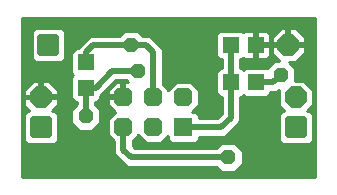
<source format=gbl>
%FSLAX35Y35*%
%MOIN*%
%TF.FileFunction,Copper,L2,Bot*%
%ADD10C,0.00197*%
%ADD11C,0.00295*%
%ADD12C,0.00984*%
%ADD13C,0.01024*%
%ADD14C,0.01181*%
%ADD15C,0.01575*%
%ADD16C,0.01969*%
%ADD17C,0.02362*%
%ADD18C,0.03150*%
%ADD19C,0.05000*%
%AMR_20*21,1,0.00984,0.00984,0,0,0.000*%
%ADD20R_20*%
%AMR_21*21,1,0.01837,0.01837,0,0,0.000*%
%ADD21R_21*%
%AMR_22*21,1,0.01969,0.01969,0,0,0.000*%
%ADD22R_22*%
%AMOCT_23*4,1,8,0.015748,0.031496,0.007874,0.039370,-0.007874,0.039370,-0.015748,0.031496,-0.015748,-0.031496,-0.007874,-0.039370,0.007874,-0.039370,0.015748,-0.031496,0.015748,0.031496,90.000*%
%ADD23OCT_23*%
%AMOCT_24*4,1,8,0.023622,0.011811,0.011811,0.023622,-0.011811,0.023622,-0.023622,0.011811,-0.023622,-0.011811,-0.011811,-0.023622,0.011811,-0.023622,0.023622,-0.011811,0.023622,0.011811,0.000*%
%ADD24OCT_24*%
%AMOCT_25*4,1,8,0.031496,0.015748,0.015748,0.031496,-0.015748,0.031496,-0.031496,0.015748,-0.031496,-0.015748,-0.015748,-0.031496,0.015748,-0.031496,0.031496,-0.015748,0.031496,0.015748,180.000*%
%ADD25OCT_25*%
%AMOCT_26*4,1,8,0.035433,0.017717,0.017717,0.035433,-0.017717,0.035433,-0.035433,0.017717,-0.035433,-0.017717,-0.017717,-0.035433,0.017717,-0.035433,0.035433,-0.017717,0.035433,0.017717,0.000*%
%ADD26OCT_26*%
%AMOCT_27*4,1,8,0.035433,0.017717,0.017717,0.035433,-0.017717,0.035433,-0.035433,0.017717,-0.035433,-0.017717,-0.017717,-0.035433,0.017717,-0.035433,0.035433,-0.017717,0.035433,0.017717,90.000*%
%ADD27OCT_27*%
%AMRR_28*21,1,0.03150,0.04409,0,0,270.000*21,1,0.02835,0.04724,0,0,270.000*1,1,0.00315,0.02205,-0.01417*1,1,0.00315,-0.02205,0.01417*1,1,0.00315,-0.02205,-0.01417*1,1,0.00315,0.02205,0.01417*%
%ADD28RR_28*%
%AMRR_29*21,1,0.03150,0.07244,0,0,90.000*21,1,0.02520,0.07874,0,0,90.000*1,1,0.00630,-0.03622,0.01260*1,1,0.00630,0.03622,-0.01260*1,1,0.00630,0.03622,0.01260*1,1,0.00630,-0.03622,-0.01260*%
%ADD29RR_29*%
%AMRR_30*21,1,0.04331,0.06654,0,0,270.000*21,1,0.03898,0.07087,0,0,270.000*1,1,0.00433,0.03327,-0.01949*1,1,0.00433,-0.03327,0.01949*1,1,0.00433,-0.03327,-0.01949*1,1,0.00433,0.03327,0.01949*%
%ADD30RR_30*%
%AMRR_31*21,1,0.05512,0.04961,0,0,0.000*21,1,0.04961,0.05512,0,0,0.000*1,1,0.00551,0.02480,0.02480*1,1,0.00551,-0.02480,-0.02480*1,1,0.00551,0.02480,-0.02480*1,1,0.00551,-0.02480,0.02480*%
%ADD31RR_31*%
%AMRR_32*21,1,0.05512,0.04961,0,0,180.000*21,1,0.04961,0.05512,0,0,180.000*1,1,0.00551,-0.02480,-0.02480*1,1,0.00551,0.02480,0.02480*1,1,0.00551,-0.02480,0.02480*1,1,0.00551,0.02480,-0.02480*%
%ADD32RR_32*%
%AMRR_33*21,1,0.05512,0.04961,0,0,270.000*21,1,0.04961,0.05512,0,0,270.000*1,1,0.00551,0.02480,-0.02480*1,1,0.00551,-0.02480,0.02480*1,1,0.00551,-0.02480,-0.02480*1,1,0.00551,0.02480,0.02480*%
%ADD33RR_33*%
%AMRR_34*21,1,0.06299,0.05039,0,0,180.000*21,1,0.05039,0.06299,0,0,180.000*1,1,0.01260,-0.02520,-0.02520*1,1,0.01260,0.02520,0.02520*1,1,0.01260,-0.02520,0.02520*1,1,0.01260,0.02520,-0.02520*%
%ADD34RR_34*%
%AMRR_35*21,1,0.07087,0.05669,0,0,0.000*21,1,0.05669,0.07087,0,0,0.000*1,1,0.01417,0.02835,0.02835*1,1,0.01417,-0.02835,-0.02835*1,1,0.01417,0.02835,-0.02835*1,1,0.01417,-0.02835,0.02835*%
%ADD35RR_35*%
%AMRR_36*21,1,0.07087,0.05669,0,0,90.000*21,1,0.05669,0.07087,0,0,90.000*1,1,0.01417,-0.02835,0.02835*1,1,0.01417,0.02835,-0.02835*1,1,0.01417,0.02835,0.02835*1,1,0.01417,-0.02835,-0.02835*%
%ADD36RR_36*%
%AMRR_37*21,1,0.13780,0.07087,0,0,180.000*21,1,0.12992,0.07874,0,0,180.000*1,1,0.00787,-0.06496,-0.03543*1,1,0.00787,0.06496,0.03543*1,1,0.00787,-0.06496,0.03543*1,1,0.00787,0.06496,-0.03543*%
%ADD37RR_37*%
G54D12*
X98917Y53917D02*
X1082Y53917D01*
X1082Y1082D01*
X98917Y1082D01*
X98917Y53917D01*
X3100Y11889D02*
X1889Y13100D01*
X1889Y21899D01*
X3100Y23110D01*
X3651Y23110D01*
X1889Y24872D01*
X1889Y30127D01*
X4872Y33110D01*
X10127Y33110D01*
X13110Y30127D01*
X13110Y24872D01*
X11348Y23110D01*
X11899Y23110D01*
X13110Y21899D01*
X13110Y13100D01*
X11899Y11889D01*
X3100Y11889D01*
X5600Y39389D02*
X4389Y40600D01*
X4389Y49399D01*
X5600Y50610D01*
X14399Y50610D01*
X15610Y49399D01*
X15610Y40600D01*
X14399Y39389D01*
X5600Y39389D01*
X73851Y19536D02*
X68763Y14448D01*
X60216Y14448D01*
X60216Y13494D01*
X59005Y12283D01*
X50994Y12283D01*
X49783Y13494D01*
X49783Y14635D01*
X47430Y12283D01*
X42569Y12283D01*
X40000Y14852D01*
X38051Y12903D01*
X38051Y11263D01*
X38763Y10551D01*
X66028Y10551D01*
X67799Y12322D01*
X72200Y12322D01*
X74822Y9700D01*
X74822Y5299D01*
X72200Y2677D01*
X67799Y2677D01*
X66028Y4448D01*
X36236Y4448D01*
X31948Y8736D01*
X31948Y12903D01*
X29783Y15069D01*
X29783Y19930D01*
X32352Y22500D01*
X29783Y25069D01*
X29783Y29930D01*
X32569Y32716D01*
X36510Y32716D01*
X36028Y33198D01*
X32513Y33198D01*
X27322Y28007D01*
X27322Y27187D01*
X26112Y25977D01*
X25551Y25977D01*
X25551Y25221D01*
X27322Y23450D01*
X27322Y19049D01*
X24700Y16427D01*
X20299Y16427D01*
X17677Y19049D01*
X17677Y23450D01*
X19448Y25221D01*
X19448Y25977D01*
X18887Y25977D01*
X17677Y27187D01*
X17677Y34412D01*
X18265Y35000D01*
X17677Y35587D01*
X17677Y42812D01*
X18887Y44022D01*
X19707Y44022D01*
X23736Y48051D01*
X33528Y48051D01*
X35299Y49822D01*
X39700Y49822D01*
X41471Y48051D01*
X43763Y48051D01*
X48051Y43763D01*
X48051Y32096D01*
X50000Y30147D01*
X52569Y32716D01*
X57430Y32716D01*
X60216Y29930D01*
X60216Y25069D01*
X57864Y22716D01*
X59005Y22716D01*
X60216Y21505D01*
X60216Y20551D01*
X66236Y20551D01*
X67748Y22063D01*
X67748Y27677D01*
X67187Y27677D01*
X65977Y28887D01*
X65977Y36112D01*
X67187Y37322D01*
X67748Y37322D01*
X67748Y40177D01*
X67187Y40177D01*
X65977Y41387D01*
X65977Y48612D01*
X67187Y49822D01*
X74412Y49822D01*
X75000Y49234D01*
X75587Y49822D01*
X82812Y49822D01*
X84022Y48612D01*
X84022Y41387D01*
X82812Y40177D01*
X75587Y40177D01*
X75000Y40765D01*
X74412Y40177D01*
X73851Y40177D01*
X73851Y37322D01*
X74412Y37322D01*
X75000Y36734D01*
X75587Y37322D01*
X82799Y37322D01*
X85299Y39822D01*
X86939Y39822D01*
X84389Y42372D01*
X84389Y47627D01*
X87372Y50610D01*
X92627Y50610D01*
X95610Y47627D01*
X95610Y42372D01*
X92627Y39389D01*
X90133Y39389D01*
X92322Y37200D01*
X92322Y33110D01*
X95127Y33110D01*
X98110Y30127D01*
X98110Y24872D01*
X96348Y23110D01*
X96899Y23110D01*
X98110Y21899D01*
X98110Y13100D01*
X96899Y11889D01*
X88100Y11889D01*
X86889Y13100D01*
X86889Y21899D01*
X88100Y23110D01*
X88651Y23110D01*
X86889Y24872D01*
X86889Y30074D01*
X86263Y29448D01*
X84022Y29448D01*
X84022Y28887D01*
X82812Y27677D01*
X75587Y27677D01*
X75000Y28265D01*
X74412Y27677D01*
X73851Y27677D01*
X73851Y19536D01*
G54D16*
X22500Y21250D02*
X22500Y30800D01*
X25800Y30800D01*
X31250Y36250D01*
X40000Y36250D01*
X7500Y27500D02*
X15000Y27500D01*
X15000Y7500D02*
X15000Y27500D01*
X28125Y7500D02*
X17500Y7500D01*
X28125Y27500D02*
X35000Y27500D01*
X90000Y45000D02*
X79200Y45000D01*
X28125Y7500D02*
X28125Y27500D01*
X15000Y27500D02*
X16250Y40000D01*
X16250Y41250D02*
X27500Y52500D01*
X90000Y52500D01*
X90000Y45000D01*
X17500Y7500D02*
X15000Y7500D01*
X16250Y41250D02*
X16250Y40000D01*
X79200Y32500D02*
X85000Y32500D01*
X87500Y35000D01*
X37500Y45000D02*
X25000Y45000D01*
X22500Y42500D01*
X22500Y39200D01*
X37500Y45000D02*
X42500Y45000D01*
X45000Y42500D01*
X45000Y27500D01*
X55000Y17500D02*
X67500Y17500D01*
X70800Y45000D02*
X70800Y32500D01*
X70800Y20800D01*
X67500Y17500D01*
X70000Y7500D02*
X37500Y7500D01*
X35000Y10000D01*
X35000Y17500D01*
G54D24*
X22500Y21250D03*
X40000Y36250D03*
X55000Y27500D03*
X17500Y7500D03*
X20000Y50000D03*
X13750Y35000D03*
X50000Y50000D03*
X82500Y16250D03*
X52500Y37500D03*
X95000Y36250D03*
X96250Y3750D03*
X87500Y35000D03*
X45000Y17500D03*
X37500Y45000D03*
X55000Y17500D03*
X70000Y7500D03*
G54D25*
X55000Y27500D03*
X45000Y17500D03*
X45000Y27500D03*
X35000Y17500D03*
X35000Y27500D03*
G54D26*
X90000Y45000D03*
G54D27*
X92500Y27500D03*
X7500Y27500D03*
G54D31*
X79200Y32500D03*
X70800Y32500D03*
G54D32*
X70800Y45000D03*
X79200Y45000D03*
G54D33*
X22500Y30800D03*
X22500Y39200D03*
G54D34*
X55000Y17500D03*
G54D35*
X10000Y45000D03*
G54D36*
X92500Y17500D03*
X7500Y17500D03*
G36*
X90000Y44081D02*
X90000Y45918D01*
X95610Y45918D01*
X95610Y44081D01*
X90000Y44081D01*
G37*
G36*
X84389Y44081D02*
X84389Y45918D01*
X90000Y45918D01*
X90000Y44081D01*
X84389Y44081D01*
G37*
G36*
X89081Y45000D02*
X89081Y50610D01*
X90918Y50610D01*
X90918Y45000D01*
X89081Y45000D01*
G37*
G36*
X79200Y44015D02*
X79200Y45984D01*
X84022Y45984D01*
X84022Y44015D01*
X79200Y44015D01*
G37*
G36*
X78215Y40177D02*
X78215Y45000D01*
X80184Y45000D01*
X80184Y40177D01*
X78215Y40177D01*
G37*
G36*
X78215Y45000D02*
X78215Y49822D01*
X80184Y49822D01*
X80184Y45000D01*
X78215Y45000D01*
G37*
G36*
X29783Y26515D02*
X29783Y28484D01*
X35000Y28484D01*
X35000Y26515D01*
X29783Y26515D01*
G37*
G36*
X34015Y27500D02*
X34015Y32716D01*
X35984Y32716D01*
X35984Y27500D01*
X34015Y27500D01*
G37*
G36*
X6515Y27500D02*
X6515Y33110D01*
X8484Y33110D01*
X8484Y27500D01*
X6515Y27500D01*
G37*
G36*
X1889Y26515D02*
X1889Y28484D01*
X7500Y28484D01*
X7500Y26515D01*
X1889Y26515D01*
G37*
G36*
X7500Y26515D02*
X7500Y28484D01*
X13110Y28484D01*
X13110Y26515D01*
X7500Y26515D01*
G37*
G36*
X5600Y50610D02*
X1082Y53917D01*
X98917Y53917D01*
X5600Y50610D01*
G37*
G36*
X14399Y50610D02*
X5600Y50610D01*
X98917Y53917D01*
X14399Y50610D01*
G37*
G36*
X87372Y50610D02*
X14399Y50610D01*
X98917Y53917D01*
X87372Y50610D01*
G37*
G36*
X92627Y50610D02*
X87372Y50610D01*
X98917Y53917D01*
X92627Y50610D01*
G37*
G36*
X35299Y49822D02*
X14399Y50610D01*
X87372Y50610D01*
X35299Y49822D01*
G37*
G36*
X39700Y49822D02*
X35299Y49822D01*
X87372Y50610D01*
X39700Y49822D01*
G37*
G36*
X67187Y49822D02*
X39700Y49822D01*
X87372Y50610D01*
X67187Y49822D01*
G37*
G36*
X74412Y49822D02*
X67187Y49822D01*
X87372Y50610D01*
X74412Y49822D01*
G37*
G36*
X75587Y49822D02*
X74412Y49822D01*
X87372Y50610D01*
X75587Y49822D01*
G37*
G36*
X82812Y49822D02*
X75587Y49822D01*
X87372Y50610D01*
X82812Y49822D01*
G37*
G36*
X4389Y49399D02*
X1082Y53917D01*
X5600Y50610D01*
X4389Y49399D01*
G37*
G36*
X15610Y49399D02*
X14399Y50610D01*
X35299Y49822D01*
X15610Y49399D01*
G37*
G36*
X75000Y49234D02*
X74412Y49822D01*
X75587Y49822D01*
X75000Y49234D01*
G37*
G36*
X65977Y48612D02*
X39700Y49822D01*
X67187Y49822D01*
X65977Y48612D01*
G37*
G36*
X84022Y48612D02*
X82812Y49822D01*
X87372Y50610D01*
X84022Y48612D01*
G37*
G36*
X23736Y48051D02*
X15610Y49399D01*
X35299Y49822D01*
X23736Y48051D01*
G37*
G36*
X33528Y48051D02*
X23736Y48051D01*
X35299Y49822D01*
X33528Y48051D01*
G37*
G36*
X41471Y48051D02*
X39700Y49822D01*
X65977Y48612D01*
X41471Y48051D01*
G37*
G36*
X43763Y48051D02*
X41471Y48051D01*
X65977Y48612D01*
X43763Y48051D01*
G37*
G36*
X84389Y47627D02*
X84022Y48612D01*
X87372Y50610D01*
X84389Y47627D01*
G37*
G36*
X95610Y47627D02*
X92627Y50610D01*
X98917Y53917D01*
X95610Y47627D01*
G37*
G36*
X18887Y44022D02*
X15610Y49399D01*
X23736Y48051D01*
X18887Y44022D01*
G37*
G36*
X19707Y44022D02*
X18887Y44022D01*
X23736Y48051D01*
X19707Y44022D01*
G37*
G36*
X48051Y43763D02*
X43763Y48051D01*
X65977Y48612D01*
X48051Y43763D01*
G37*
G36*
X17677Y42812D02*
X15610Y49399D01*
X18887Y44022D01*
X17677Y42812D01*
G37*
G36*
X84389Y42372D02*
X84022Y48612D01*
X84389Y47627D01*
X84389Y42372D01*
G37*
G36*
X95610Y42372D02*
X95610Y47627D01*
X98917Y53917D01*
X95610Y42372D01*
G37*
G36*
X65977Y41387D02*
X48051Y43763D01*
X65977Y48612D01*
X65977Y41387D01*
G37*
G36*
X84022Y41387D02*
X84022Y48612D01*
X84389Y42372D01*
X84022Y41387D01*
G37*
G36*
X4389Y40600D02*
X1082Y53917D01*
X4389Y49399D01*
X4389Y40600D01*
G37*
G36*
X15610Y40600D02*
X15610Y49399D01*
X17677Y42812D01*
X15610Y40600D01*
G37*
G36*
X67187Y40177D02*
X48051Y43763D01*
X65977Y41387D01*
X67187Y40177D01*
G37*
G36*
X75587Y40177D02*
X74412Y40177D01*
X75000Y40765D01*
X75587Y40177D01*
G37*
G36*
X85299Y39822D02*
X84022Y41387D01*
X84389Y42372D01*
X85299Y39822D01*
G37*
G36*
X85299Y39822D02*
X82812Y40177D01*
X84022Y41387D01*
X85299Y39822D01*
G37*
G36*
X85299Y39822D02*
X73851Y40177D01*
X82812Y40177D01*
X85299Y39822D01*
G37*
G36*
X86939Y39822D02*
X85299Y39822D01*
X84389Y42372D01*
X86939Y39822D01*
G37*
G36*
X67187Y37322D02*
X67187Y40177D01*
X67748Y40177D01*
X67187Y37322D01*
G37*
G36*
X67187Y37322D02*
X48051Y43763D01*
X67187Y40177D01*
X67187Y37322D01*
G37*
G36*
X67748Y37322D02*
X67187Y37322D01*
X67748Y40177D01*
X67748Y37322D01*
G37*
G36*
X73851Y37322D02*
X73851Y40177D01*
X85299Y39822D01*
X73851Y37322D01*
G37*
G36*
X74412Y37322D02*
X73851Y37322D01*
X85299Y39822D01*
X74412Y37322D01*
G37*
G36*
X75587Y37322D02*
X74412Y37322D01*
X85299Y39822D01*
X75587Y37322D01*
G37*
G36*
X82799Y37322D02*
X75587Y37322D01*
X85299Y39822D01*
X82799Y37322D01*
G37*
G36*
X92322Y37200D02*
X90133Y39389D01*
X92627Y39389D01*
X92322Y37200D01*
G37*
G36*
X92322Y37200D02*
X92627Y39389D01*
X95610Y42372D01*
X92322Y37200D01*
G37*
G36*
X75000Y36734D02*
X74412Y37322D01*
X75587Y37322D01*
X75000Y36734D01*
G37*
G36*
X65977Y36112D02*
X48051Y43763D01*
X67187Y37322D01*
X65977Y36112D01*
G37*
G36*
X17677Y35587D02*
X15610Y40600D01*
X17677Y42812D01*
X17677Y35587D01*
G37*
G36*
X17677Y35587D02*
X14399Y39389D01*
X15610Y40600D01*
X17677Y35587D01*
G37*
G36*
X17677Y35587D02*
X5600Y39389D01*
X14399Y39389D01*
X17677Y35587D01*
G37*
G36*
X18265Y35000D02*
X5600Y39389D01*
X17677Y35587D01*
X18265Y35000D01*
G37*
G36*
X17677Y34412D02*
X5600Y39389D01*
X18265Y35000D01*
X17677Y34412D01*
G37*
G36*
X4872Y33110D02*
X5600Y39389D01*
X17677Y34412D01*
X4872Y33110D01*
G37*
G36*
X4872Y33110D02*
X4389Y40600D01*
X5600Y39389D01*
X4872Y33110D01*
G37*
G36*
X4872Y33110D02*
X1082Y53917D01*
X4389Y40600D01*
X4872Y33110D01*
G37*
G36*
X10127Y33110D02*
X4872Y33110D01*
X17677Y34412D01*
X10127Y33110D01*
G37*
G36*
X92322Y33110D02*
X92322Y37200D01*
X95610Y42372D01*
X92322Y33110D01*
G37*
G36*
X95127Y33110D02*
X92322Y33110D01*
X95610Y42372D01*
X95127Y33110D01*
G37*
G36*
X95127Y33110D02*
X95610Y42372D01*
X98917Y53917D01*
X95127Y33110D01*
G37*
G36*
X32569Y32716D02*
X32513Y33198D01*
X36028Y33198D01*
X32569Y32716D01*
G37*
G36*
X36510Y32716D02*
X32569Y32716D01*
X36028Y33198D01*
X36510Y32716D01*
G37*
G36*
X52569Y32716D02*
X48051Y43763D01*
X65977Y36112D01*
X52569Y32716D01*
G37*
G36*
X57430Y32716D02*
X52569Y32716D01*
X65977Y36112D01*
X57430Y32716D01*
G37*
G36*
X48051Y32096D02*
X48051Y43763D01*
X52569Y32716D01*
X48051Y32096D01*
G37*
G36*
X50000Y30147D02*
X48051Y32096D01*
X52569Y32716D01*
X50000Y30147D01*
G37*
G36*
X1889Y30127D02*
X1082Y53917D01*
X4872Y33110D01*
X1889Y30127D01*
G37*
G36*
X13110Y30127D02*
X10127Y33110D01*
X17677Y34412D01*
X13110Y30127D01*
G37*
G36*
X98110Y30127D02*
X95127Y33110D01*
X98917Y53917D01*
X98110Y30127D01*
G37*
G36*
X29783Y29930D02*
X32513Y33198D01*
X32569Y32716D01*
X29783Y29930D01*
G37*
G36*
X60216Y29930D02*
X57430Y32716D01*
X65977Y36112D01*
X60216Y29930D01*
G37*
G36*
X65977Y28887D02*
X60216Y29930D01*
X65977Y36112D01*
X65977Y28887D01*
G37*
G36*
X84022Y28887D02*
X84022Y29448D01*
X86263Y29448D01*
X84022Y28887D01*
G37*
G36*
X27322Y28007D02*
X32513Y33198D01*
X29783Y29930D01*
X27322Y28007D01*
G37*
G36*
X67187Y27677D02*
X60216Y29930D01*
X65977Y28887D01*
X67187Y27677D01*
G37*
G36*
X75587Y27677D02*
X74412Y27677D01*
X75000Y28265D01*
X75587Y27677D01*
G37*
G36*
X82812Y27677D02*
X84022Y28887D01*
X86263Y29448D01*
X82812Y27677D01*
G37*
G36*
X17677Y27187D02*
X13110Y30127D01*
X17677Y34412D01*
X17677Y27187D01*
G37*
G36*
X27322Y27187D02*
X27322Y28007D01*
X29783Y29930D01*
X27322Y27187D01*
G37*
G36*
X18887Y25977D02*
X13110Y30127D01*
X17677Y27187D01*
X18887Y25977D01*
G37*
G36*
X19448Y25221D02*
X18887Y25977D01*
X19448Y25977D01*
X19448Y25221D01*
G37*
G36*
X19448Y25221D02*
X13110Y30127D01*
X18887Y25977D01*
X19448Y25221D01*
G37*
G36*
X25551Y25221D02*
X25551Y25977D01*
X26112Y25977D01*
X25551Y25221D01*
G37*
G36*
X25551Y25221D02*
X26112Y25977D01*
X27322Y27187D01*
X25551Y25221D01*
G37*
G36*
X29783Y25069D02*
X27322Y27187D01*
X29783Y29930D01*
X29783Y25069D01*
G37*
G36*
X29783Y25069D02*
X25551Y25221D01*
X27322Y27187D01*
X29783Y25069D01*
G37*
G36*
X60216Y25069D02*
X60216Y29930D01*
X67187Y27677D01*
X60216Y25069D01*
G37*
G36*
X60216Y25069D02*
X67187Y27677D01*
X67748Y27677D01*
X60216Y25069D01*
G37*
G36*
X1889Y24872D02*
X1082Y53917D01*
X1889Y30127D01*
X1889Y24872D01*
G37*
G36*
X13110Y24872D02*
X13110Y30127D01*
X19448Y25221D01*
X13110Y24872D01*
G37*
G36*
X86889Y24872D02*
X86263Y29448D01*
X86889Y30074D01*
X86889Y24872D01*
G37*
G36*
X86889Y24872D02*
X82812Y27677D01*
X86263Y29448D01*
X86889Y24872D01*
G37*
G36*
X86889Y24872D02*
X73851Y27677D01*
X82812Y27677D01*
X86889Y24872D01*
G37*
G36*
X98110Y24872D02*
X98110Y30127D01*
X98917Y53917D01*
X98110Y24872D01*
G37*
G36*
X17677Y23450D02*
X13110Y24872D01*
X19448Y25221D01*
X17677Y23450D01*
G37*
G36*
X27322Y23450D02*
X25551Y25221D01*
X29783Y25069D01*
X27322Y23450D01*
G37*
G36*
X11348Y23110D02*
X13110Y24872D01*
X17677Y23450D01*
X11348Y23110D01*
G37*
G36*
X88651Y23110D02*
X73851Y27677D01*
X86889Y24872D01*
X88651Y23110D01*
G37*
G36*
X3100Y23110D02*
X1889Y24872D01*
X3651Y23110D01*
X3100Y23110D01*
G37*
G36*
X11899Y23110D02*
X11348Y23110D01*
X17677Y23450D01*
X11899Y23110D01*
G37*
G36*
X88100Y23110D02*
X73851Y27677D01*
X88651Y23110D01*
X88100Y23110D01*
G37*
G36*
X96899Y23110D02*
X96348Y23110D01*
X98110Y24872D01*
X96899Y23110D01*
G37*
G36*
X57864Y22716D02*
X60216Y25069D01*
X67748Y27677D01*
X57864Y22716D01*
G37*
G36*
X59005Y22716D02*
X57864Y22716D01*
X67748Y27677D01*
X59005Y22716D01*
G37*
G36*
X32352Y22500D02*
X27322Y23450D01*
X29783Y25069D01*
X32352Y22500D01*
G37*
G36*
X67748Y22063D02*
X59005Y22716D01*
X67748Y27677D01*
X67748Y22063D01*
G37*
G36*
X1889Y21899D02*
X1889Y24872D01*
X3100Y23110D01*
X1889Y21899D01*
G37*
G36*
X1889Y21899D02*
X1082Y53917D01*
X1889Y24872D01*
X1889Y21899D01*
G37*
G36*
X13110Y21899D02*
X11899Y23110D01*
X17677Y23450D01*
X13110Y21899D01*
G37*
G36*
X86889Y21899D02*
X73851Y27677D01*
X88100Y23110D01*
X86889Y21899D01*
G37*
G36*
X98110Y21899D02*
X96899Y23110D01*
X98110Y24872D01*
X98110Y21899D01*
G37*
G36*
X98110Y21899D02*
X98110Y24872D01*
X98917Y53917D01*
X98110Y21899D01*
G37*
G36*
X60216Y21505D02*
X59005Y22716D01*
X67748Y22063D01*
X60216Y21505D01*
G37*
G36*
X60216Y20551D02*
X60216Y21505D01*
X67748Y22063D01*
X60216Y20551D01*
G37*
G36*
X66236Y20551D02*
X60216Y20551D01*
X67748Y22063D01*
X66236Y20551D01*
G37*
G36*
X29783Y19930D02*
X27322Y23450D01*
X32352Y22500D01*
X29783Y19930D01*
G37*
G36*
X73851Y19536D02*
X73851Y27677D01*
X86889Y21899D01*
X73851Y19536D01*
G37*
G36*
X17677Y19049D02*
X13110Y21899D01*
X17677Y23450D01*
X17677Y19049D01*
G37*
G36*
X27322Y19049D02*
X27322Y23450D01*
X29783Y19930D01*
X27322Y19049D01*
G37*
G36*
X20299Y16427D02*
X13110Y21899D01*
X17677Y19049D01*
X20299Y16427D01*
G37*
G36*
X24700Y16427D02*
X27322Y19049D01*
X29783Y19930D01*
X24700Y16427D01*
G37*
G36*
X29783Y15069D02*
X24700Y16427D01*
X29783Y19930D01*
X29783Y15069D01*
G37*
G36*
X29783Y15069D02*
X20299Y16427D01*
X24700Y16427D01*
X29783Y15069D01*
G37*
G36*
X68763Y14448D02*
X73851Y19536D01*
X86889Y21899D01*
X68763Y14448D01*
G37*
G36*
X60216Y13494D02*
X60216Y14448D01*
X68763Y14448D01*
X60216Y13494D01*
G37*
G36*
X1889Y13100D02*
X1082Y53917D01*
X1889Y21899D01*
X1889Y13100D01*
G37*
G36*
X13110Y13100D02*
X13110Y21899D01*
X20299Y16427D01*
X13110Y13100D01*
G37*
G36*
X13110Y13100D02*
X20299Y16427D01*
X29783Y15069D01*
X13110Y13100D01*
G37*
G36*
X86889Y13100D02*
X68763Y14448D01*
X86889Y21899D01*
X86889Y13100D01*
G37*
G36*
X86889Y13100D02*
X60216Y13494D01*
X68763Y14448D01*
X86889Y13100D01*
G37*
G36*
X98110Y13100D02*
X98110Y21899D01*
X98917Y53917D01*
X98110Y13100D01*
G37*
G36*
X31948Y12903D02*
X13110Y13100D01*
X29783Y15069D01*
X31948Y12903D01*
G37*
G36*
X67799Y12322D02*
X60216Y13494D01*
X86889Y13100D01*
X67799Y12322D01*
G37*
G36*
X72200Y12322D02*
X67799Y12322D01*
X86889Y13100D01*
X72200Y12322D01*
G37*
G36*
X42569Y12283D02*
X38051Y12903D01*
X40000Y14852D01*
X42569Y12283D01*
G37*
G36*
X47430Y12283D02*
X49783Y14635D01*
X49783Y13494D01*
X47430Y12283D01*
G37*
G36*
X50994Y12283D02*
X47430Y12283D01*
X49783Y13494D01*
X50994Y12283D01*
G37*
G36*
X59005Y12283D02*
X60216Y13494D01*
X67799Y12322D01*
X59005Y12283D01*
G37*
G36*
X11899Y11889D02*
X13110Y13100D01*
X31948Y12903D01*
X11899Y11889D01*
G37*
G36*
X88100Y11889D02*
X72200Y12322D01*
X86889Y13100D01*
X88100Y11889D01*
G37*
G36*
X38051Y11263D02*
X38051Y12903D01*
X42569Y12283D01*
X38051Y11263D01*
G37*
G36*
X38051Y11263D02*
X42569Y12283D01*
X59005Y12283D01*
X38051Y11263D01*
G37*
G36*
X38051Y11263D02*
X59005Y12283D01*
X67799Y12322D01*
X38051Y11263D01*
G37*
G36*
X38763Y10551D02*
X38051Y11263D01*
X67799Y12322D01*
X38763Y10551D01*
G37*
G36*
X66028Y10551D02*
X38763Y10551D01*
X67799Y12322D01*
X66028Y10551D01*
G37*
G36*
X74822Y9700D02*
X72200Y12322D01*
X88100Y11889D01*
X74822Y9700D01*
G37*
G36*
X74822Y9700D02*
X88100Y11889D01*
X96899Y11889D01*
X74822Y9700D01*
G37*
G36*
X31948Y8736D02*
X11899Y11889D01*
X31948Y12903D01*
X31948Y8736D01*
G37*
G36*
X31948Y8736D02*
X3100Y11889D01*
X11899Y11889D01*
X31948Y8736D01*
G37*
G36*
X74822Y5299D02*
X74822Y9700D01*
X96899Y11889D01*
X74822Y5299D01*
G37*
G36*
X36236Y4448D02*
X3100Y11889D01*
X31948Y8736D01*
X36236Y4448D01*
G37*
G36*
X67799Y2677D02*
X36236Y4448D01*
X66028Y4448D01*
X67799Y2677D01*
G37*
G36*
X72200Y2677D02*
X74822Y5299D01*
X96899Y11889D01*
X72200Y2677D01*
G37*
G36*
X1082Y1082D02*
X1082Y53917D01*
X1889Y13100D01*
X1082Y1082D01*
G37*
G36*
X1082Y1082D02*
X1889Y13100D01*
X3100Y11889D01*
X1082Y1082D01*
G37*
G36*
X1082Y1082D02*
X3100Y11889D01*
X36236Y4448D01*
X1082Y1082D01*
G37*
G36*
X1082Y1082D02*
X36236Y4448D01*
X67799Y2677D01*
X1082Y1082D01*
G37*
G36*
X1082Y1082D02*
X67799Y2677D01*
X72200Y2677D01*
X1082Y1082D01*
G37*
G36*
X98917Y1082D02*
X1082Y1082D01*
X72200Y2677D01*
X98917Y1082D01*
G37*
G36*
X98917Y1082D02*
X72200Y2677D01*
X96899Y11889D01*
X98917Y1082D01*
G37*
G36*
X98917Y1082D02*
X96899Y11889D01*
X98110Y13100D01*
X98917Y1082D01*
G37*
G36*
X98917Y1082D02*
X98110Y13100D01*
X98917Y53917D01*
X98917Y1082D01*
G37*
M02*

</source>
